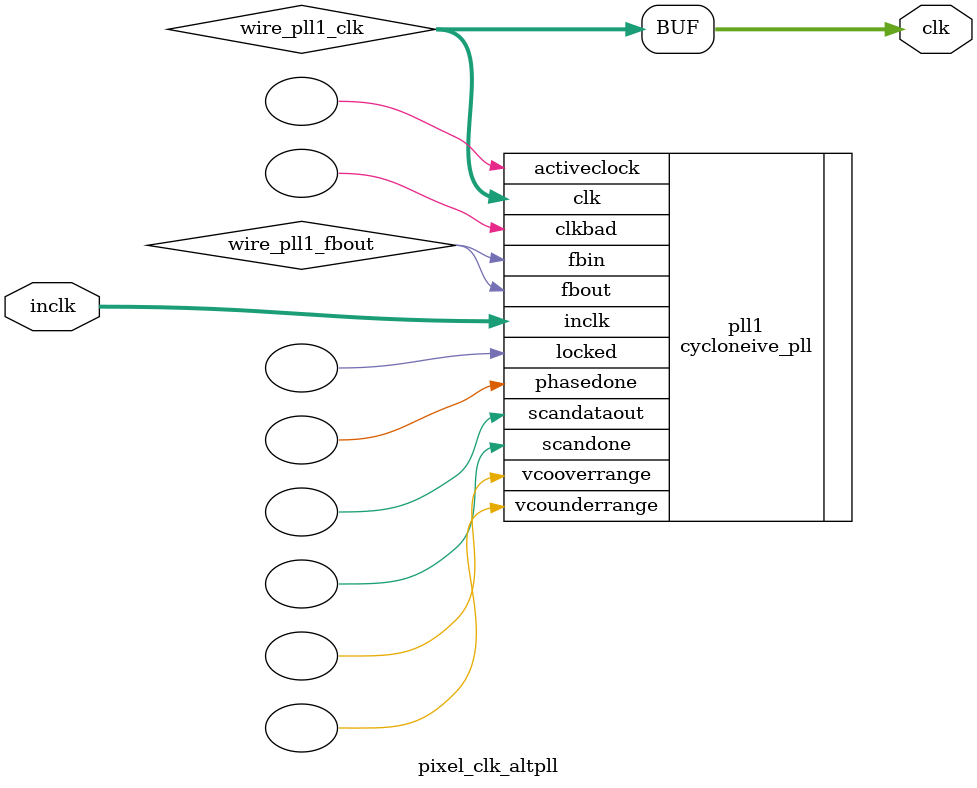
<source format=v>






//synthesis_resources = cycloneive_pll 1 
//synopsys translate_off
`timescale 1 ps / 1 ps
//synopsys translate_on
module  pixel_clk_altpll
	( 
	clk,
	inclk) /* synthesis synthesis_clearbox=1 */;
	output   [4:0]  clk;
	input   [1:0]  inclk;
`ifndef ALTERA_RESERVED_QIS
// synopsys translate_off
`endif
	tri0   [1:0]  inclk;
`ifndef ALTERA_RESERVED_QIS
// synopsys translate_on
`endif

	wire  [4:0]   wire_pll1_clk;
	wire  wire_pll1_fbout;

	cycloneive_pll   pll1
	( 
	.activeclock(),
	.clk(wire_pll1_clk),
	.clkbad(),
	.fbin(wire_pll1_fbout),
	.fbout(wire_pll1_fbout),
	.inclk(inclk),
	.locked(),
	.phasedone(),
	.scandataout(),
	.scandone(),
	.vcooverrange(),
	.vcounderrange()
	`ifndef FORMAL_VERIFICATION
	// synopsys translate_off
	`endif
	,
	.areset(1'b0),
	.clkswitch(1'b0),
	.configupdate(1'b0),
	.pfdena(1'b1),
	.phasecounterselect({3{1'b0}}),
	.phasestep(1'b0),
	.phaseupdown(1'b0),
	.scanclk(1'b0),
	.scanclkena(1'b1),
	.scandata(1'b0)
	`ifndef FORMAL_VERIFICATION
	// synopsys translate_on
	`endif
	);
	defparam
		pll1.bandwidth_type = "auto",
		pll1.clk0_divide_by = 2000,
		pll1.clk0_duty_cycle = 50,
		pll1.clk0_multiply_by = 1007,
		pll1.clk0_phase_shift = "0",
		pll1.compensate_clock = "clk0",
		pll1.inclk0_input_frequency = 20000,
		pll1.operation_mode = "normal",
		pll1.pll_type = "auto",
		pll1.lpm_type = "cycloneive_pll";
	assign
		clk = {wire_pll1_clk[4:0]};
endmodule //pixel_clk_altpll
//VALID FILE

</source>
